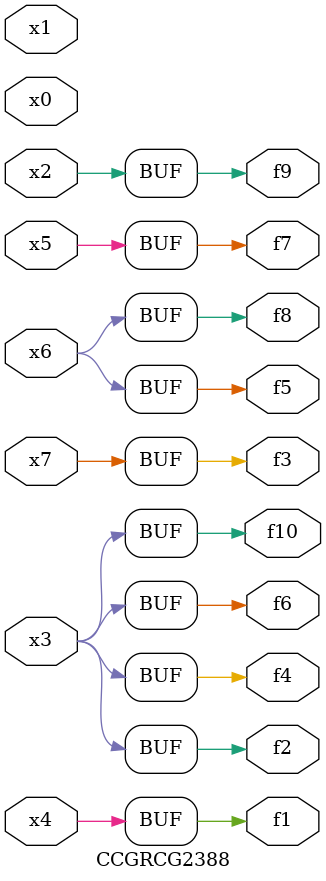
<source format=v>
module CCGRCG2388(
	input x0, x1, x2, x3, x4, x5, x6, x7,
	output f1, f2, f3, f4, f5, f6, f7, f8, f9, f10
);
	assign f1 = x4;
	assign f2 = x3;
	assign f3 = x7;
	assign f4 = x3;
	assign f5 = x6;
	assign f6 = x3;
	assign f7 = x5;
	assign f8 = x6;
	assign f9 = x2;
	assign f10 = x3;
endmodule

</source>
